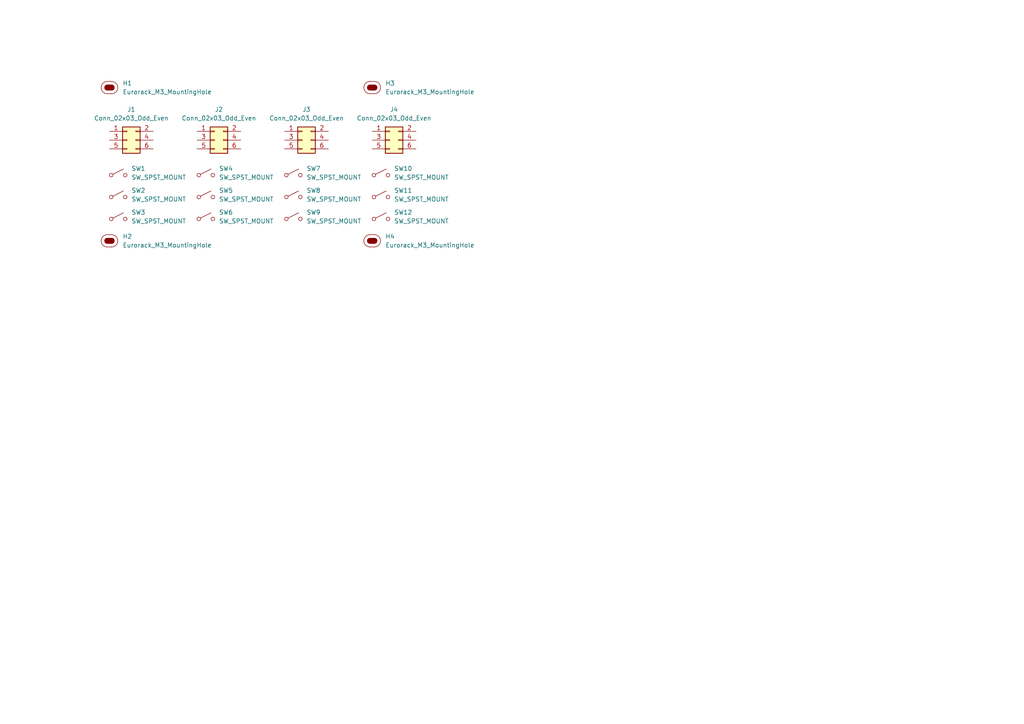
<source format=kicad_sch>
(kicad_sch (version 20231120) (generator "eeschema") (generator_version "8.0")
  (paper "A4")
  (lib_symbols
    (symbol "Connector_Generic:Conn_02x03_Odd_Even" (pin_names (offset 1.016) hide)
      (property "Reference" "J" (at 1.27 5.08 0))
      (property "Value" "Conn_02x03_Odd_Even" (at 1.27 -5.08 0))
      (symbol "Conn_02x03_Odd_Even_1_1"
        (rectangle (start -1.27 -2.413) (end 0 -2.667) (stroke (width 0.1524)))
        (rectangle (start -1.27 0.127) (end 0 -0.127) (stroke (width 0.1524)))
        (rectangle (start -1.27 2.667) (end 0 2.413) (stroke (width 0.1524)))
        (rectangle (start -1.27 3.81) (end 3.81 -3.81) (stroke (width 0.254)) (fill (type background)))
        (rectangle (start 3.81 -2.413) (end 2.54 -2.667) (stroke (width 0.1524)))
        (rectangle (start 3.81 0.127) (end 2.54 -0.127) (stroke (width 0.1524)))
        (rectangle (start 3.81 2.667) (end 2.54 2.413) (stroke (width 0.1524)))
        (pin passive line (at -5.08 2.54 0) (length 3.81) (name "Pin_1") (number "1"))
        (pin passive line (at 7.62 2.54 180) (length 3.81) (name "Pin_2") (number "2"))
        (pin passive line (at -5.08 0 0) (length 3.81) (name "Pin_3") (number "3"))
        (pin passive line (at 7.62 0 180) (length 3.81) (name "Pin_4") (number "4"))
        (pin passive line (at -5.08 -2.54 0) (length 3.81) (name "Pin_5") (number "5"))
        (pin passive line (at 7.62 -2.54 180) (length 3.81) (name "Pin_6") (number "6"))
      )
    )
    (symbol "EXC:Eurorack_M3_MountingHole" (pin_names (offset 1.016)) (exclude_from_sim yes) (in_bom no)
      (property "Reference" "H" (at 0 5.08 0))
      (property "Value" "Eurorack_M3_MountingHole" (at 0 3.175 0))
      (symbol "Eurorack_M3_MountingHole_0_1"
        (circle (center -0.635 0) (radius 0.762) (fill (type outline)))
        (arc (start -0.635 0.762) (mid -1.397 0) (end -0.635 -0.762))
        (arc (start -0.635 1.778) (mid -2.413 0) (end -0.635 -1.778))
        (polyline (pts (xy -0.635 -1.778) (xy 0.635 -1.778)))
        (polyline (pts (xy -0.635 -0.762) (xy 0.635 -0.762)))
        (polyline (pts (xy -0.635 0.762) (xy 0.635 0.762)))
        (polyline (pts (xy 0.635 1.778) (xy -0.635 1.778)))
        (circle (center 0 0) (radius 0.762) (fill (type outline)))
        (arc (start 0.6141 -1.778) (mid 2.4131 0) (end 0.6141 1.778))
        (arc (start 0.6227 -0.762) (mid 1.3971 0) (end 0.6227 0.762))
        (circle (center 0.635 0) (radius 0.762) (fill (type outline)))
      )
    )
    (symbol "EXC:SW_SPST-Cherry_Panel_Mount" (pin_names (offset 0) hide)
      (property "Reference" "SW" (at 0 3.175 0))
      (property "Value" "SW_SPST_MOUNT" (at 0 -2.032 0))
      (symbol "SW_SPST-Cherry_Panel_Mount_0_0"
        (circle (center -2.032 0) (radius 0.508))
        (polyline (pts (xy -1.524 0.254) (xy 1.524 1.778)))
        (circle (center 2.032 0) (radius 0.508))
      )
    )
  )
  (symbol (lib_id "Connector_Generic:Conn_02x03_Odd_Even") (at 36.83 40.64 0) (unit 1)
    (property "Reference" "J1" (at 38.1 31.75 0))
    (property "Value" "Conn_02x03_Odd_Even" (at 38.1 34.29 0))
    (property "Footprint" "Connector_PinSocket_2.54mm:PinSocket_2x03_P2.54mm_Vertical" (effects (hide yes)))
    (property "Description" "Generic connector, double row, 02x03, odd/even pin numbering scheme (row 1 odd numbers, row 2 even numbers), script generated (kicad-library-utils/schlib/autogen/connector/)" (effects (hide yes)))
  )
  (symbol (lib_id "EXC:SW_SPST-Cherry_Panel_Mount") (at 34.29 57.15 0) (unit 1)
    (property "Reference" "SW2" (at 38.1 55.2449 0) (effects (justify left)))
    (property "Value" "SW_SPST_MOUNT" (at 38.1 57.7849 0) (effects (justify left)))
    (property "Footprint" "EXC:SW_Cherry_MX_1.00u_Mount" (effects (hide yes)))
    (property "Datasheet" "https://hirosarts.com/blog/keycap-dimensions-guide-for-beginners/" (effects (hide yes)))
    (property "Description" "Single Pole Single Throw (SPST) panel-mount switch" (effects (hide yes)))
    (property "Source" "https://www.adafruit.com/product/4954" (effects (hide yes)))
  )
  (symbol (lib_id "EXC:SW_SPST-Cherry_Panel_Mount") (at 59.69 57.15 0) (unit 1)
    (property "Reference" "SW5" (at 63.5 55.2449 0) (effects (justify left)))
    (property "Value" "SW_SPST_MOUNT" (at 63.5 57.7849 0) (effects (justify left)))
    (property "Footprint" "EXC:SW_Cherry_MX_1.00u_Mount" (effects (hide yes)))
    (property "Datasheet" "https://hirosarts.com/blog/keycap-dimensions-guide-for-beginners/" (effects (hide yes)))
    (property "Description" "Single Pole Single Throw (SPST) panel-mount switch" (effects (hide yes)))
    (property "Source" "https://www.adafruit.com/product/4954" (effects (hide yes)))
  )
  (symbol (lib_id "EXC:SW_SPST-Cherry_Panel_Mount") (at 110.49 50.8 0) (unit 1)
    (property "Reference" "SW10" (at 114.3 48.8949 0) (effects (justify left)))
    (property "Value" "SW_SPST_MOUNT" (at 114.3 51.4349 0) (effects (justify left)))
    (property "Footprint" "EXC:SW_Cherry_MX_1.00u_Mount" (effects (hide yes)))
    (property "Datasheet" "https://hirosarts.com/blog/keycap-dimensions-guide-for-beginners/" (effects (hide yes)))
    (property "Description" "Single Pole Single Throw (SPST) panel-mount switch" (effects (hide yes)))
    (property "Source" "https://www.adafruit.com/product/4954" (effects (hide yes)))
  )
  (symbol (lib_id "EXC:Eurorack_M3_MountingHole") (at 107.95 25.4 0) (unit 1) (exclude_from_sim yes) (in_bom no)
    (property "Reference" "H3" (at 111.76 24.1299 0) (effects (justify left)))
    (property "Value" "Eurorack_M3_MountingHole" (at 111.76 26.6699 0) (effects (justify left)))
    (property "Footprint" "EXC:MountingHole_3.2mm_M3" (effects (hide yes)))
    (property "Description" "Mounting Hole without connection" (effects (hide yes)))
  )
  (symbol (lib_id "EXC:SW_SPST-Cherry_Panel_Mount") (at 110.49 57.15 0) (unit 1)
    (property "Reference" "SW11" (at 114.3 55.2449 0) (effects (justify left)))
    (property "Value" "SW_SPST_MOUNT" (at 114.3 57.7849 0) (effects (justify left)))
    (property "Footprint" "EXC:SW_Cherry_MX_1.00u_Mount" (effects (hide yes)))
    (property "Datasheet" "https://hirosarts.com/blog/keycap-dimensions-guide-for-beginners/" (effects (hide yes)))
    (property "Description" "Single Pole Single Throw (SPST) panel-mount switch" (effects (hide yes)))
    (property "Source" "https://www.adafruit.com/product/4954" (effects (hide yes)))
  )
  (symbol (lib_id "EXC:SW_SPST-Cherry_Panel_Mount") (at 59.69 63.5 0) (unit 1)
    (property "Reference" "SW6" (at 63.5 61.5949 0) (effects (justify left)))
    (property "Value" "SW_SPST_MOUNT" (at 63.5 64.1349 0) (effects (justify left)))
    (property "Footprint" "EXC:SW_Cherry_MX_1.00u_Mount" (effects (hide yes)))
    (property "Datasheet" "https://hirosarts.com/blog/keycap-dimensions-guide-for-beginners/" (effects (hide yes)))
    (property "Description" "Single Pole Single Throw (SPST) panel-mount switch" (effects (hide yes)))
    (property "Source" "https://www.adafruit.com/product/4954" (effects (hide yes)))
  )
  (symbol (lib_id "EXC:SW_SPST-Cherry_Panel_Mount") (at 34.29 50.8 0) (unit 1)
    (property "Reference" "SW1" (at 38.1 48.8949 0) (effects (justify left)))
    (property "Value" "SW_SPST_MOUNT" (at 38.1 51.4349 0) (effects (justify left)))
    (property "Footprint" "EXC:SW_Cherry_MX_1.00u_Mount" (effects (hide yes)))
    (property "Datasheet" "https://hirosarts.com/blog/keycap-dimensions-guide-for-beginners/" (effects (hide yes)))
    (property "Description" "Single Pole Single Throw (SPST) panel-mount switch" (effects (hide yes)))
    (property "Source" "https://www.adafruit.com/product/4954" (effects (hide yes)))
  )
  (symbol (lib_id "Connector_Generic:Conn_02x03_Odd_Even") (at 62.23 40.64 0) (unit 1)
    (property "Reference" "J2" (at 63.5 31.75 0))
    (property "Value" "Conn_02x03_Odd_Even" (at 63.5 34.29 0))
    (property "Footprint" "Connector_PinSocket_2.54mm:PinSocket_2x03_P2.54mm_Vertical" (effects (hide yes)))
    (property "Description" "Generic connector, double row, 02x03, odd/even pin numbering scheme (row 1 odd numbers, row 2 even numbers), script generated (kicad-library-utils/schlib/autogen/connector/)" (effects (hide yes)))
  )
  (symbol (lib_id "EXC:Eurorack_M3_MountingHole") (at 107.95 69.85 0) (unit 1) (exclude_from_sim yes) (in_bom no)
    (property "Reference" "H4" (at 111.76 68.5799 0) (effects (justify left)))
    (property "Value" "Eurorack_M3_MountingHole" (at 111.76 71.1199 0) (effects (justify left)))
    (property "Footprint" "EXC:MountingHole_3.2mm_M3" (effects (hide yes)))
    (property "Description" "Mounting Hole without connection" (effects (hide yes)))
  )
  (symbol (lib_id "Connector_Generic:Conn_02x03_Odd_Even") (at 113.03 40.64 0) (unit 1)
    (property "Reference" "J4" (at 114.3 31.75 0))
    (property "Value" "Conn_02x03_Odd_Even" (at 114.3 34.29 0))
    (property "Footprint" "Connector_PinSocket_2.54mm:PinSocket_2x03_P2.54mm_Vertical" (effects (hide yes)))
    (property "Description" "Generic connector, double row, 02x03, odd/even pin numbering scheme (row 1 odd numbers, row 2 even numbers), script generated (kicad-library-utils/schlib/autogen/connector/)" (effects (hide yes)))
  )
  (symbol (lib_id "EXC:SW_SPST-Cherry_Panel_Mount") (at 34.29 63.5 0) (unit 1)
    (property "Reference" "SW3" (at 38.1 61.5949 0) (effects (justify left)))
    (property "Value" "SW_SPST_MOUNT" (at 38.1 64.1349 0) (effects (justify left)))
    (property "Footprint" "EXC:SW_Cherry_MX_1.00u_Mount" (effects (hide yes)))
    (property "Datasheet" "https://hirosarts.com/blog/keycap-dimensions-guide-for-beginners/" (effects (hide yes)))
    (property "Description" "Single Pole Single Throw (SPST) panel-mount switch" (effects (hide yes)))
    (property "Source" "https://www.adafruit.com/product/4954" (effects (hide yes)))
  )
  (symbol (lib_id "EXC:SW_SPST-Cherry_Panel_Mount") (at 59.69 50.8 0) (unit 1)
    (property "Reference" "SW4" (at 63.5 48.8949 0) (effects (justify left)))
    (property "Value" "SW_SPST_MOUNT" (at 63.5 51.4349 0) (effects (justify left)))
    (property "Footprint" "EXC:SW_Cherry_MX_1.00u_Mount" (effects (hide yes)))
    (property "Datasheet" "https://hirosarts.com/blog/keycap-dimensions-guide-for-beginners/" (effects (hide yes)))
    (property "Description" "Single Pole Single Throw (SPST) panel-mount switch" (effects (hide yes)))
    (property "Source" "https://www.adafruit.com/product/4954" (effects (hide yes)))
  )
  (symbol (lib_id "EXC:SW_SPST-Cherry_Panel_Mount") (at 110.49 63.5 0) (unit 1)
    (property "Reference" "SW12" (at 114.3 61.5949 0) (effects (justify left)))
    (property "Value" "SW_SPST_MOUNT" (at 114.3 64.1349 0) (effects (justify left)))
    (property "Footprint" "EXC:SW_Cherry_MX_1.00u_Mount" (effects (hide yes)))
    (property "Datasheet" "https://hirosarts.com/blog/keycap-dimensions-guide-for-beginners/" (effects (hide yes)))
    (property "Description" "Single Pole Single Throw (SPST) panel-mount switch" (effects (hide yes)))
    (property "Source" "https://www.adafruit.com/product/4954" (effects (hide yes)))
  )
  (symbol (lib_id "EXC:SW_SPST-Cherry_Panel_Mount") (at 85.09 63.5 0) (unit 1)
    (property "Reference" "SW9" (at 88.9 61.5949 0) (effects (justify left)))
    (property "Value" "SW_SPST_MOUNT" (at 88.9 64.1349 0) (effects (justify left)))
    (property "Footprint" "EXC:SW_Cherry_MX_1.00u_Mount" (effects (hide yes)))
    (property "Datasheet" "https://hirosarts.com/blog/keycap-dimensions-guide-for-beginners/" (effects (hide yes)))
    (property "Description" "Single Pole Single Throw (SPST) panel-mount switch" (effects (hide yes)))
    (property "Source" "https://www.adafruit.com/product/4954" (effects (hide yes)))
  )
  (symbol (lib_id "EXC:Eurorack_M3_MountingHole") (at 31.75 25.4 0) (unit 1) (exclude_from_sim yes) (in_bom no)
    (property "Reference" "H1" (at 35.56 24.1299 0) (effects (justify left)))
    (property "Value" "Eurorack_M3_MountingHole" (at 35.56 26.6699 0) (effects (justify left)))
    (property "Footprint" "EXC:MountingHole_3.2mm_M3" (effects (hide yes)))
    (property "Description" "Mounting Hole without connection" (effects (hide yes)))
  )
  (symbol (lib_id "EXC:SW_SPST-Cherry_Panel_Mount") (at 85.09 50.8 0) (unit 1)
    (property "Reference" "SW7" (at 88.9 48.8949 0) (effects (justify left)))
    (property "Value" "SW_SPST_MOUNT" (at 88.9 51.4349 0) (effects (justify left)))
    (property "Footprint" "EXC:SW_Cherry_MX_1.00u_Mount" (effects (hide yes)))
    (property "Datasheet" "https://hirosarts.com/blog/keycap-dimensions-guide-for-beginners/" (effects (hide yes)))
    (property "Description" "Single Pole Single Throw (SPST) panel-mount switch" (effects (hide yes)))
    (property "Source" "https://www.adafruit.com/product/4954" (effects (hide yes)))
  )
  (symbol (lib_id "EXC:Eurorack_M3_MountingHole") (at 31.75 69.85 0) (unit 1) (exclude_from_sim yes) (in_bom no)
    (property "Reference" "H2" (at 35.56 68.5799 0) (effects (justify left)))
    (property "Value" "Eurorack_M3_MountingHole" (at 35.56 71.1199 0) (effects (justify left)))
    (property "Footprint" "EXC:MountingHole_3.2mm_M3" (effects (hide yes)))
    (property "Description" "Mounting Hole without connection" (effects (hide yes)))
  )
  (symbol (lib_id "Connector_Generic:Conn_02x03_Odd_Even") (at 87.63 40.64 0) (unit 1)
    (property "Reference" "J3" (at 88.9 31.75 0))
    (property "Value" "Conn_02x03_Odd_Even" (at 88.9 34.29 0))
    (property "Footprint" "Connector_PinSocket_2.54mm:PinSocket_2x03_P2.54mm_Vertical" (effects (hide yes)))
    (property "Description" "Generic connector, double row, 02x03, odd/even pin numbering scheme (row 1 odd numbers, row 2 even numbers), script generated (kicad-library-utils/schlib/autogen/connector/)" (effects (hide yes)))
  )
  (symbol (lib_id "EXC:SW_SPST-Cherry_Panel_Mount") (at 85.09 57.15 0) (unit 1)
    (property "Reference" "SW8" (at 88.9 55.2449 0) (effects (justify left)))
    (property "Value" "SW_SPST_MOUNT" (at 88.9 57.7849 0) (effects (justify left)))
    (property "Footprint" "EXC:SW_Cherry_MX_1.00u_Mount" (effects (hide yes)))
    (property "Datasheet" "https://hirosarts.com/blog/keycap-dimensions-guide-for-beginners/" (effects (hide yes)))
    (property "Description" "Single Pole Single Throw (SPST) panel-mount switch" (effects (hide yes)))
    (property "Source" "https://www.adafruit.com/product/4954" (effects (hide yes)))
  )
)
</source>
